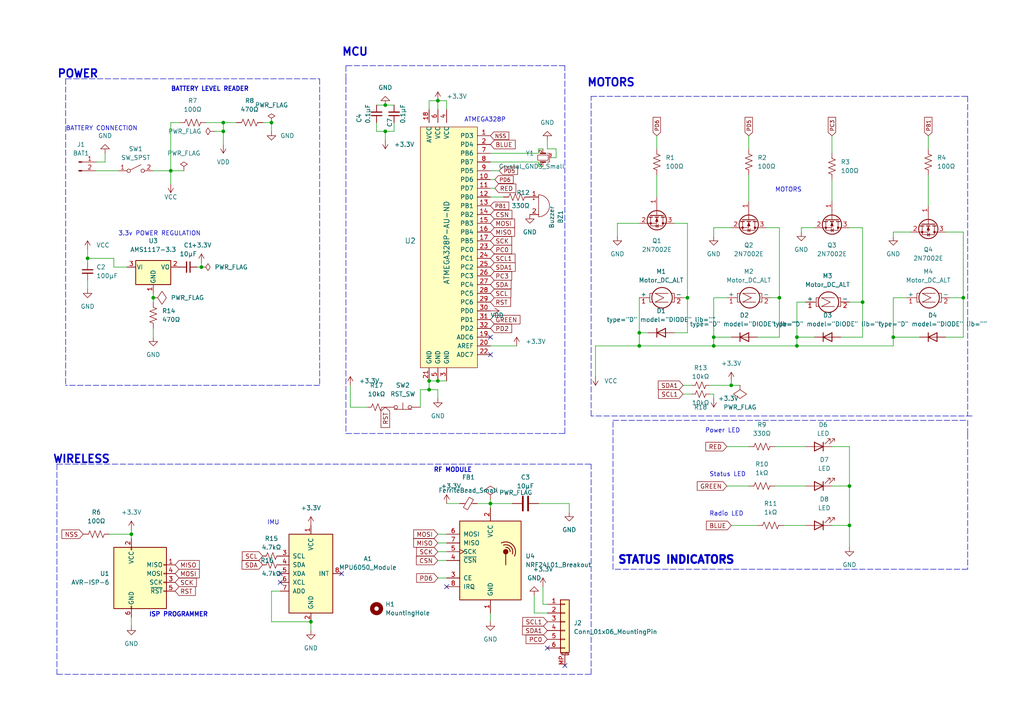
<source format=kicad_sch>
(kicad_sch (version 20250114) (generator "eeschema") (generator_version "9.0")
  (paper "A4")
  (lib_symbols
    (symbol "ATMEGA328P-AU-ND:ATMEGA328P-AU-ND" (pin_names (offset 1.016))
      (property "Reference" "U" (at -8.89 38.1 0))
      (property "Value" "ATMEGA328P-AU-ND" (at 2.54 1.27 90))
      (symbol "ATMEGA328P-AU-ND_1_1"
        (pin bidirectional line (at -12.7 33.02 0) (length 3.81) (name "PD3") (number "1"))
        (pin bidirectional line (at -12.7 30.48 0) (length 3.81) (name "PD4") (number "2"))
        (pin bidirectional line (at -12.7 27.94 0) (length 3.81) (name "PB6") (number "7"))
        (pin bidirectional line (at -12.7 25.4 0) (length 3.81) (name "PB7") (number "8"))
        (pin bidirectional line (at -12.7 22.86 0) (length 3.81) (name "PD5") (number "9"))
        (pin bidirectional line (at -12.7 20.32 0) (length 3.81) (name "PD6") (number "10"))
        (pin bidirectional line (at -12.7 17.78 0) (length 3.81) (name "PD7") (number "11"))
        (pin bidirectional line (at -12.7 15.24 0) (length 3.81) (name "PB0") (number "12"))
        (pin bidirectional line (at -12.7 12.7 0) (length 3.81) (name "PB1") (number "13"))
        (pin bidirectional line (at -12.7 10.16 0) (length 3.81) (name "PB2") (number "14"))
        (pin bidirectional line (at -12.7 7.62 0) (length 3.81) (name "PB3") (number "15"))
        (pin bidirectional line (at -12.7 5.08 0) (length 3.81) (name "PB4") (number "16"))
        (pin bidirectional line (at -12.7 2.54 0) (length 3.81) (name "PB5") (number "17"))
        (pin bidirectional line (at -12.7 0 0) (length 3.81) (name "PC0") (number "23"))
        (pin bidirectional line (at -12.7 -2.54 0) (length 3.81) (name "PC1") (number "24"))
        (pin bidirectional line (at -12.7 -5.08 0) (length 3.81) (name "PC2") (number "25"))
        (pin bidirectional line (at -12.7 -7.62 0) (length 3.81) (name "PC3") (number "26"))
        (pin bidirectional line (at -12.7 -10.16 0) (length 3.81) (name "PC4") (number "27"))
        (pin bidirectional line (at -12.7 -12.7 0) (length 3.81) (name "PC5") (number "28"))
        (pin bidirectional line (at -12.7 -15.24 0) (length 3.81) (name "PC6") (number "29"))
        (pin bidirectional line (at -12.7 -17.78 0) (length 3.81) (name "PD0") (number "30"))
        (pin bidirectional line (at -12.7 -20.32 0) (length 3.81) (name "PD1") (number "31"))
        (pin bidirectional line (at -12.7 -22.86 0) (length 3.81) (name "PD2") (number "32"))
        (pin input line (at -12.7 -25.4 0) (length 3.81) (name "ADC6") (number "19"))
        (pin input line (at -12.7 -27.94 0) (length 3.81) (name "AREF") (number "20"))
        (pin input line (at -12.7 -30.48 0) (length 3.81) (name "ADC7") (number "22"))
        (pin power_in line (at 0 40.64 270) (length 3.81) (name "VCC") (number "4"))
        (pin power_in line (at 0 -38.1 90) (length 3.81) (name "GND") (number "3"))
        (pin power_in line (at 2.54 40.64 270) (length 3.81) (name "VCC") (number "6"))
        (pin power_in line (at 2.54 -38.1 90) (length 3.81) (name "GND") (number "5"))
        (pin power_in line (at 5.08 40.64 270) (length 3.81) (name "AVCC") (number "18"))
        (pin power_in line (at 5.08 -38.1 90) (length 3.81) (name "GND") (number "21"))
      )
    )
    (symbol "Charleslabs_Parts:MPU6050_Module" (pin_names (offset 1.016))
      (property "Reference" "A" (at -5.08 12.7 0))
      (property "Value" "MPU6050_Module" (at 8.89 12.7 0))
      (symbol "MPU6050_Module_1_1"
        (pin input line (at -8.89 5.08 0) (length 2.54) (name "SCL") (number "3"))
        (pin input line (at -8.89 2.54 0) (length 2.54) (name "SDA") (number "4"))
        (pin input line (at -8.89 0 0) (length 2.54) (name "XDA") (number "5"))
        (pin input line (at -8.89 -2.54 0) (length 2.54) (name "XCL") (number "6"))
        (pin input line (at -8.89 -5.08 0) (length 2.54) (name "AD0") (number "7"))
        (pin power_in line (at 0 13.97 270) (length 2.54) (name "VCC") (number "1"))
        (pin power_in line (at 0 -13.97 90) (length 2.54) (name "GND") (number "2"))
        (pin output line (at 8.89 0 180) (length 2.54) (name "INT") (number "8"))
      )
    )
    (symbol "Connector:AVR-ISP-6" (pin_names (offset 1.016))
      (property "Reference" "J" (at -6.35 11.43 0))
      (property "Value" "AVR-ISP-6" (at 0 11.43 0))
      (symbol "AVR-ISP-6_1_1"
        (pin passive line (at -2.54 12.7 270) (length 2.54) (name "VCC") (number "2"))
        (pin passive line (at -2.54 -10.16 90) (length 2.54) (name "GND") (number "6"))
        (pin passive line (at 10.16 5.08 180) (length 2.54) (name "MISO") (number "1"))
        (pin passive line (at 10.16 2.54 180) (length 2.54) (name "MOSI") (number "4"))
        (pin passive line (at 10.16 0 180) (length 2.54) (name "SCK") (number "3"))
        (pin passive line (at 10.16 -2.54 180) (length 2.54) (name "~{RST}") (number "5"))
      )
    )
    (symbol "Connector:Conn_01x02_Male" (pin_names (offset 1.016) (hide yes))
      (property "Reference" "J" (at 0 2.54 0))
      (property "Value" "Conn_01x02_Male" (at 0 -5.08 0))
      (symbol "Conn_01x02_Male_1_1"
        (pin passive line (at 5.08 0 180) (length 3.81) (name "Pin_1") (number "1"))
        (pin passive line (at 5.08 -2.54 180) (length 3.81) (name "Pin_2") (number "2"))
      )
    )
    (symbol "Connector_Generic_MountingPin:Conn_01x06_MountingPin" (pin_names (offset 1.016) (hide yes))
      (property "Reference" "J" (at 0 7.62 0))
      (property "Value" "Conn_01x06_MountingPin" (at 1.27 -10.16 0))
      (symbol "Conn_01x06_MountingPin_1_1"
        (text "Mounting" (at 0 -9.271 0) (effects (font (size 0.381 0.381))))
        (pin passive line (at -5.08 5.08 0) (length 3.81) (name "Pin_1") (number "1"))
        (pin passive line (at -5.08 2.54 0) (length 3.81) (name "Pin_2") (number "2"))
        (pin passive line (at -5.08 0 0) (length 3.81) (name "Pin_3") (number "3"))
        (pin passive line (at -5.08 -2.54 0) (length 3.81) (name "Pin_4") (number "4"))
        (pin passive line (at -5.08 -5.08 0) (length 3.81) (name "Pin_5") (number "5"))
        (pin passive line (at -5.08 -7.62 0) (length 3.81) (name "Pin_6") (number "6"))
        (pin passive line (at 0 -12.7 90) (length 3.048) (name "MountPin") (number "MP"))
      )
    )
    (symbol "Device:Buzzer" (pin_names (offset 0.0254) (hide yes))
      (property "Reference" "BZ" (at 3.81 1.27 0))
      (property "Value" "Buzzer" (at 3.81 -1.27 0))
      (symbol "Buzzer_1_1"
        (pin passive line (at -2.54 2.54 0) (length 2.54) (name "-") (number "1"))
        (pin passive line (at -2.54 -2.54 0) (length 2.54) (name "+") (number "2"))
      )
    )
    (symbol "Device:C" (pin_numbers (hide yes)) (pin_names (offset 0.254))
      (property "Reference" "C" (at 0.635 2.54 0))
      (property "Value" "C" (at 0.635 -2.54 0))
      (symbol "C_1_1"
        (pin passive line (at 0 3.81 270) (length 2.794) (name "~") (number "1"))
        (pin passive line (at 0 -3.81 90) (length 2.794) (name "~") (number "2"))
      )
    )
    (symbol "Device:C_Small" (pin_numbers (hide yes)) (pin_names (offset 0.254) (hide yes))
      (property "Reference" "C" (at 0.254 1.778 0))
      (property "Value" "C_Small" (at 0.254 -2.032 0))
      (symbol "C_Small_1_1"
        (pin passive line (at 0 2.54 270) (length 2.032) (name "~") (number "1"))
        (pin passive line (at 0 -2.54 90) (length 2.032) (name "~") (number "2"))
      )
    )
    (symbol "Device:Crystal_GND3_Small" (pin_names (offset 1.016) (hide yes))
      (property "Reference" "Y" (at 0 5.08 0))
      (property "Value" "Crystal_GND3_Small" (at 0 3.175 0))
      (symbol "Crystal_GND3_Small_1_1"
        (pin passive line (at -2.54 0 0) (length 1.27) (name "1") (number "1"))
        (pin passive line (at 0 -2.54 90) (length 0.635) (name "3") (number "3"))
        (pin passive line (at 2.54 0 180) (length 1.27) (name "2") (number "2"))
      )
    )
    (symbol "Device:FerriteBead_Small" (pin_numbers (hide yes)) (pin_names (offset 0))
      (property "Reference" "FB" (at 1.905 1.27 0))
      (property "Value" "FerriteBead_Small" (at 1.905 -1.27 0))
      (symbol "FerriteBead_Small_1_1"
        (pin passive line (at 0 2.54 270) (length 1.27) (name "~") (number "1"))
        (pin passive line (at 0 -2.54 90) (length 1.27) (name "~") (number "2"))
      )
    )
    (symbol "Device:LED" (pin_numbers (hide yes)) (pin_names (offset 1.016) (hide yes))
      (property "Reference" "D" (at 0 2.54 0))
      (property "Value" "LED" (at 0 -2.54 0))
      (symbol "LED_1_1"
        (pin passive line (at -3.81 0 0) (length 2.54) (name "K") (number "1"))
        (pin passive line (at 3.81 0 180) (length 2.54) (name "A") (number "2"))
      )
    )
    (symbol "Device:R_Small_US" (pin_numbers (hide yes)) (pin_names (offset 0.254) (hide yes))
      (property "Reference" "R" (at 0.762 0.508 0))
      (property "Value" "R_Small_US" (at 0.762 -1.016 0))
      (symbol "R_Small_US_1_1"
        (pin passive line (at 0 2.54 270) (length 1.016) (name "~") (number "1"))
        (pin passive line (at 0 -2.54 90) (length 1.016) (name "~") (number "2"))
      )
    )
    (symbol "Device:R_US" (pin_numbers (hide yes)) (pin_names (offset 0))
      (property "Reference" "R" (at 2.54 0 90))
      (property "Value" "R_US" (at -2.54 0 90))
      (symbol "R_US_1_1"
        (pin passive line (at 0 3.81 270) (length 1.27) (name "~") (number "1"))
        (pin passive line (at 0 -3.81 90) (length 1.27) (name "~") (number "2"))
      )
    )
    (symbol "Mechanical:MountingHole" (pin_names (offset 1.016))
      (property "Reference" "H" (at 0 5.08 0))
      (property "Value" "MountingHole" (at 0 3.175 0))
    )
    (symbol "Motor:Motor_DC_ALT" (pin_names (offset 0))
      (property "Reference" "M" (at 2.54 2.54 0))
      (property "Value" "Motor_DC_ALT" (at 2.54 -5.08 0))
      (symbol "Motor_DC_ALT_1_1"
        (pin passive line (at 0 5.08 270) (length 2.54) (name "+") (number "1"))
        (pin passive line (at 0 -7.62 90) (length 2.54) (name "-") (number "2"))
      )
    )
    (symbol "RF:NRF24L01_Breakout" (pin_names (offset 1.016))
      (property "Reference" "U" (at -8.89 12.7 0))
      (property "Value" "NRF24L01_Breakout" (at 3.81 12.7 0))
      (symbol "NRF24L01_Breakout_1_1"
        (pin input line (at -12.7 7.62 0) (length 3.81) (name "MOSI") (number "6"))
        (pin output line (at -12.7 5.08 0) (length 3.81) (name "MISO") (number "7"))
        (pin input clock (at -12.7 2.54 0) (length 3.81) (name "SCK") (number "5"))
        (pin input line (at -12.7 0 0) (length 3.81) (name "~{CSN}") (number "4"))
        (pin input line (at -12.7 -5.08 0) (length 3.81) (name "CE") (number "3"))
        (pin output line (at -12.7 -7.62 0) (length 3.81) (name "IRQ") (number "8"))
        (pin power_in line (at 0 15.24 270) (length 3.81) (name "VCC") (number "2"))
        (pin power_in line (at 0 -15.24 90) (length 3.81) (name "GND") (number "1"))
      )
    )
    (symbol "Regulator_Linear:AMS1117-3.3" (pin_names (offset 0.254))
      (property "Reference" "U" (at -3.81 3.175 0))
      (property "Value" "AMS1117-3.3" (at 0 3.175 0))
      (symbol "AMS1117-3.3_1_1"
        (pin power_in line (at -7.62 0 0) (length 2.54) (name "VI") (number "3"))
        (pin power_in line (at 0 -7.62 90) (length 2.54) (name "GND") (number "1"))
        (pin power_out line (at 7.62 0 180) (length 2.54) (name "VO") (number "2"))
      )
    )
    (symbol "Simulation_SPICE:DIODE" (pin_numbers (hide yes)) (pin_names (offset 1.016) (hide yes))
      (property "Reference" "D" (at 0 2.54 0))
      (property "Value" "DIODE" (at 0 -2.54 0))
      (symbol "DIODE_1_1"
        (pin passive line (at -3.81 0 0) (length 2.54) (name "A") (number "1"))
        (pin passive line (at 3.81 0 180) (length 2.54) (name "K") (number "2"))
      )
    )
    (symbol "Switch:SW_Push_Open" (pin_numbers (hide yes)) (pin_names (offset 1.016) (hide yes))
      (property "Reference" "SW" (at 0 2.54 0))
      (property "Value" "SW_Push_Open" (at 0 -1.905 0))
      (symbol "SW_Push_Open_0_1"
        (pin passive line (at -5.08 0 0) (length 2.54) (name "A") (number "1"))
      )
      (symbol "SW_Push_Open_1_1"
        (pin passive line (at 5.08 0 180) (length 2.54) (name "B") (number "2"))
      )
    )
    (symbol "Switch:SW_SPST" (pin_names (offset 0) (hide yes))
      (property "Reference" "SW" (at 0 3.175 0))
      (property "Value" "SW_SPST" (at 0 -2.54 0))
      (symbol "SW_SPST_1_1"
        (pin passive line (at -5.08 0 0) (length 2.54) (name "A") (number "1"))
        (pin passive line (at 5.08 0 180) (length 2.54) (name "B") (number "2"))
      )
    )
    (symbol "Transistor_FET:2N7002E" (pin_names (hide yes))
      (property "Reference" "Q" (at 5.08 1.905 0))
      (property "Value" "2N7002E" (at 5.08 0 0))
      (symbol "2N7002E_1_1"
        (pin input line (at -5.08 0 0) (length 2.54) (name "G") (number "1"))
        (pin passive line (at 2.54 5.08 270) (length 2.54) (name "D") (number "3"))
        (pin passive line (at 2.54 -5.08 90) (length 2.54) (name "S") (number "2"))
      )
    )
    (symbol "otter:PWR_FLAG" (power) (pin_numbers (hide yes)) (pin_names (offset 0) (hide yes))
      (property "Value" "PWR_FLAG" (at 0 4.572 0))
      (symbol "PWR_FLAG_0_0"
        (pin power_out line (at 0 0 90) (length 0) (name "pwr") (number "1"))
      )
    )
    (symbol "power:+3.3V" (power) (pin_names (offset 0))
      (property "Value" "+3.3V" (at 0 3.556 0))
      (symbol "+3.3V_1_1"
        (pin power_in line (at 0 0 90) (length 0) (hide yes) (name "+3.3V") (number "1"))
      )
    )
    (symbol "power:GND" (power) (pin_names (offset 0))
      (property "Value" "GND" (at 0 -3.81 0))
      (symbol "GND_1_1"
        (pin power_in line (at 0 0 270) (length 0) (hide yes) (name "GND") (number "1"))
      )
    )
    (symbol "power:PWR_FLAG" (power) (pin_numbers (hide yes)) (pin_names (offset 0) (hide yes))
      (property "Value" "PWR_FLAG" (at 0 3.81 0))
      (symbol "PWR_FLAG_0_0"
        (pin power_out line (at 0 0 90) (length 0) (name "pwr") (number "1"))
      )
    )
    (symbol "power:VCC" (power) (pin_names (offset 0))
      (property "Value" "VCC" (at 0 3.81 0))
      (symbol "VCC_1_1"
        (pin power_in line (at 0 0 90) (length 0) (hide yes) (name "VCC") (number "1"))
      )
    )
    (symbol "power:VDD" (power) (pin_names (offset 0))
      (property "Value" "VDD" (at 0 3.81 0))
      (symbol "VDD_1_1"
        (pin power_in line (at 0 0 90) (length 0) (hide yes) (name "VDD") (number "1"))
      )
    )
  )
  (text "MOTORS" (at 224.79 55.88 0) (effects (font (size 1.27 1.27)) (justify left bottom)))
  (text "Status LED" (at 205.74 138.43 0) (effects (font (size 1.27 1.27)) (justify left bottom)))
  (text "MCU" (at 99.06 16.51 0) (effects (font (size 2.27 2.27) (thickness 0.454) (bold yes)) (justify left bottom)))
  (text "POWER" (at 16.51 22.86 0) (effects (font (size 2.27 2.27) (thickness 0.454) (bold yes)) (justify left bottom)))
  (text "RF MODULE" (at 125.73 137.16 0) (effects (font (size 1.27 1.27) (thickness 0.254) (bold yes)) (justify left bottom)))
  (text "BATTERY LEVEL READER" (at 49.53 26.67 0) (effects (font (size 1.27 1.27) (thickness 0.254) (bold yes)) (justify left bottom)))
  (text "IMU" (at 77.47 152.4 0) (effects (font (size 1.27 1.27)) (justify left bottom)))
  (text "ATMEGA328P" (at 134.62 35.56 0) (effects (font (size 1.27 1.27)) (justify left bottom)))
  (text "3.3v POWER REGULATION" (at 34.29 68.58 0) (effects (font (size 1.27 1.27)) (justify left bottom)))
  (text "STATUS INDICATORS" (at 179.07 163.83 0) (effects (font (size 2.27 2.27) (thickness 0.654) (bold yes)) (justify left bottom)))
  (text "Radio LED" (at 205.74 149.86 0) (effects (font (size 1.27 1.27)) (justify left bottom)))
  (text "MOTORS" (at 170.18 25.4 0) (effects (font (size 2.27 2.27) (thickness 0.454) (bold yes)) (justify left bottom)))
  (text "WIRELESS" (at 15.24 134.62 0) (effects (font (size 2.27 2.27) (thickness 0.454) (bold yes)) (justify left bottom)))
  (text "BATTERY CONNECTION" (at 19.05 38.1 0) (effects (font (size 1.27 1.27)) (justify left bottom)))
  (text "ISP PROGRAMMER" (at 43.18 179.07 0) (effects (font (size 1.27 1.27) (thickness 0.254) (bold yes)) (justify left bottom)))
  (text "Power LED" (at 204.47 125.73 0) (effects (font (size 1.27 1.27)) (justify left bottom)))
  (junction (at 49.53 49.53))
  (junction (at 90.17 180.34))
  (junction (at 185.42 100.33))
  (junction (at 246.38 140.97))
  (junction (at 64.77 35.56))
  (junction (at 231.14 100.33))
  (junction (at 64.77 38.1))
  (junction (at 207.01 97.79))
  (junction (at 231.14 97.79))
  (junction (at 127 29.21))
  (junction (at 44.45 86.36))
  (junction (at 250.19 87.63))
  (junction (at 279.4 86.36))
  (junction (at 111.76 38.1))
  (junction (at 38.1 154.94))
  (junction (at 78.74 35.56))
  (junction (at 226.06 86.36))
  (junction (at 246.38 152.4))
  (junction (at 111.76 30.48))
  (junction (at 58.42 77.47))
  (junction (at 207.01 100.33))
  (junction (at 127 110.49))
  (junction (at 259.08 97.79))
  (junction (at 185.42 96.52))
  (junction (at 124.46 110.49))
  (junction (at 25.4 74.93))
  (junction (at 142.24 146.05))
  (junction (at 124.46 113.03))
  (junction (at 212.09 111.76))
  (junction (at 199.39 86.36))
  (no_connect (at 158.75 187.96))
  (no_connect (at 142.24 102.87))
  (no_connect (at 142.24 97.79))
  (no_connect (at 81.28 168.91))
  (no_connect (at 99.06 166.37))
  (no_connect (at 129.54 170.18))
  (no_connect (at 163.83 193.04))
  (no_connect (at 81.28 166.37))
  (wire (pts (xy 129.54 31.75) (xy 129.54 29.21)))
  (wire (pts (xy 124.46 29.21) (xy 127 29.21)))
  (wire (pts (xy 185.42 86.36) (xy 185.42 96.52)))
  (wire (pts (xy 121.92 113.03) (xy 124.46 113.03)))
  (wire (pts (xy 179.07 64.77) (xy 179.07 68.58)))
  (polyline (pts (xy 177.8 165.1) (xy 177.8 121.92)) (stroke (width 0) (type dash)))
  (wire (pts (xy 259.08 100.33) (xy 231.14 100.33)))
  (wire (pts (xy 111.76 30.48) (xy 114.3 30.48)))
  (polyline (pts (xy 280.67 121.92) (xy 280.67 125.73)) (stroke (width 0) (type dash)))
  (wire (pts (xy 124.46 31.75) (xy 124.46 29.21)))
  (polyline (pts (xy 177.8 121.92) (xy 280.67 121.92)) (stroke (width 0) (type dash)))
  (wire (pts (xy 224.79 129.54) (xy 233.68 129.54)))
  (polyline (pts (xy 280.67 27.94) (xy 280.67 120.65)) (stroke (width 0) (type dash)))
  (wire (pts (xy 198.12 114.3) (xy 200.66 114.3)))
  (wire (pts (xy 36.83 77.47) (xy 33.02 77.47)))
  (wire (pts (xy 64.77 35.56) (xy 68.58 35.56)))
  (polyline (pts (xy 171.45 195.58) (xy 171.45 134.62)) (stroke (width 0) (type dash)))
  (wire (pts (xy 64.77 38.1) (xy 64.77 41.91)))
  (wire (pts (xy 44.45 49.53) (xy 49.53 49.53)))
  (wire (pts (xy 101.6 118.11) (xy 106.68 118.11)))
  (wire (pts (xy 279.4 86.36) (xy 275.59 86.36)))
  (wire (pts (xy 109.22 38.1) (xy 111.76 38.1)))
  (wire (pts (xy 226.06 86.36) (xy 223.52 86.36)))
  (wire (pts (xy 127 160.02) (xy 129.54 160.02)))
  (wire (pts (xy 142.24 57.15) (xy 146.05 57.15)))
  (wire (pts (xy 246.38 152.4) (xy 246.38 158.75)))
  (wire (pts (xy 274.32 97.79) (xy 279.4 97.79)))
  (wire (pts (xy 90.17 180.34) (xy 90.17 182.88)))
  (wire (pts (xy 207.01 86.36) (xy 207.01 97.79)))
  (wire (pts (xy 59.69 35.56) (xy 64.77 35.56)))
  (wire (pts (xy 157.48 43.18) (xy 156.21 43.18)))
  (polyline (pts (xy 100.33 125.73) (xy 163.83 125.73)) (stroke (width 0) (type dash)))
  (wire (pts (xy 25.4 81.28) (xy 25.4 83.82)))
  (wire (pts (xy 259.08 67.31) (xy 259.08 68.58)))
  (wire (pts (xy 246.38 129.54) (xy 246.38 140.97)))
  (wire (pts (xy 210.82 86.36) (xy 207.01 86.36)))
  (wire (pts (xy 124.46 110.49) (xy 127 110.49)))
  (wire (pts (xy 246.38 140.97) (xy 241.3 140.97)))
  (wire (pts (xy 210.82 129.54) (xy 217.17 129.54)))
  (wire (pts (xy 250.19 87.63) (xy 250.19 97.79)))
  (wire (pts (xy 259.08 97.79) (xy 266.7 97.79)))
  (wire (pts (xy 224.79 140.97) (xy 233.68 140.97)))
  (wire (pts (xy 49.53 49.53) (xy 53.34 49.53)))
  (wire (pts (xy 212.09 152.4) (xy 219.71 152.4)))
  (wire (pts (xy 142.24 146.05) (xy 142.24 147.32)))
  (polyline (pts (xy 100.33 19.05) (xy 100.33 22.86)) (stroke (width 0) (type dash)))
  (polyline (pts (xy 16.51 134.62) (xy 16.51 195.58)) (stroke (width 0) (type dash)))
  (wire (pts (xy 199.39 96.52) (xy 195.58 96.52)))
  (wire (pts (xy 198.12 86.36) (xy 199.39 86.36)))
  (wire (pts (xy 241.3 152.4) (xy 246.38 152.4)))
  (polyline (pts (xy 280.67 165.1) (xy 177.8 165.1)) (stroke (width 0) (type dash)))
  (wire (pts (xy 269.24 50.8) (xy 269.24 59.69)))
  (wire (pts (xy 127 157.48) (xy 129.54 157.48)))
  (polyline (pts (xy 171.45 27.94) (xy 280.67 27.94)) (stroke (width 0) (type dash)))
  (wire (pts (xy 127 113.03) (xy 127 115.57)))
  (wire (pts (xy 222.25 66.04) (xy 226.06 66.04)))
  (wire (pts (xy 205.74 111.76) (xy 212.09 111.76)))
  (wire (pts (xy 78.74 180.34) (xy 90.17 180.34)))
  (wire (pts (xy 185.42 64.77) (xy 179.07 64.77)))
  (wire (pts (xy 142.24 177.8) (xy 142.24 180.34)))
  (wire (pts (xy 205.74 114.3) (xy 207.01 114.3)))
  (wire (pts (xy 121.92 113.03) (xy 121.92 118.11)))
  (wire (pts (xy 154.94 172.72) (xy 154.94 177.8)))
  (wire (pts (xy 233.68 87.63) (xy 231.14 87.63)))
  (wire (pts (xy 195.58 64.77) (xy 199.39 64.77)))
  (wire (pts (xy 190.5 50.8) (xy 190.5 57.15)))
  (wire (pts (xy 157.48 175.26) (xy 158.75 175.26)))
  (polyline (pts (xy 280.67 125.73) (xy 280.67 165.1)) (stroke (width 0) (type dash)))
  (wire (pts (xy 156.21 43.18) (xy 156.21 44.45)))
  (wire (pts (xy 142.24 52.07) (xy 143.51 52.07)))
  (wire (pts (xy 44.45 85.09) (xy 44.45 86.36)))
  (wire (pts (xy 49.53 35.56) (xy 49.53 49.53)))
  (wire (pts (xy 124.46 113.03) (xy 127 113.03)))
  (polyline (pts (xy 16.51 195.58) (xy 171.45 195.58)) (stroke (width 0) (type dash)))
  (wire (pts (xy 279.4 67.31) (xy 279.4 86.36)))
  (wire (pts (xy 38.1 153.67) (xy 38.1 154.94)))
  (wire (pts (xy 44.45 86.36) (xy 44.45 87.63)))
  (wire (pts (xy 172.72 100.33) (xy 185.42 100.33)))
  (wire (pts (xy 38.1 154.94) (xy 38.1 156.21)))
  (wire (pts (xy 199.39 64.77) (xy 199.39 86.36)))
  (wire (pts (xy 156.21 146.05) (xy 165.1 146.05)))
  (wire (pts (xy 142.24 54.61) (xy 143.51 54.61)))
  (wire (pts (xy 236.22 66.04) (xy 232.41 66.04)))
  (wire (pts (xy 44.45 95.25) (xy 44.45 97.79)))
  (wire (pts (xy 109.22 30.48) (xy 111.76 30.48)))
  (polyline (pts (xy 100.33 22.86) (xy 100.33 125.73)) (stroke (width 0) (type dash)))
  (wire (pts (xy 226.06 97.79) (xy 219.71 97.79)))
  (wire (pts (xy 250.19 97.79) (xy 243.84 97.79)))
  (wire (pts (xy 198.12 111.76) (xy 200.66 111.76)))
  (wire (pts (xy 27.94 49.53) (xy 34.29 49.53)))
  (wire (pts (xy 231.14 97.79) (xy 236.22 97.79)))
  (wire (pts (xy 33.02 74.93) (xy 25.4 74.93)))
  (wire (pts (xy 157.48 170.18) (xy 157.48 175.26)))
  (wire (pts (xy 185.42 100.33) (xy 185.42 96.52)))
  (wire (pts (xy 227.33 152.4) (xy 233.68 152.4)))
  (wire (pts (xy 241.3 129.54) (xy 246.38 129.54)))
  (wire (pts (xy 279.4 97.79) (xy 279.4 86.36)))
  (wire (pts (xy 246.38 66.04) (xy 250.19 66.04)))
  (wire (pts (xy 101.6 111.76) (xy 101.6 118.11)))
  (wire (pts (xy 109.22 35.56) (xy 109.22 38.1)))
  (wire (pts (xy 226.06 66.04) (xy 226.06 86.36)))
  (wire (pts (xy 27.94 46.99) (xy 30.48 46.99)))
  (polyline (pts (xy 163.83 19.05) (xy 100.33 19.05)) (stroke (width 0) (type dash)))
  (wire (pts (xy 81.28 171.45) (xy 78.74 171.45)))
  (wire (pts (xy 274.32 67.31) (xy 279.4 67.31)))
  (wire (pts (xy 156.21 46.99) (xy 156.21 48.26)))
  (polyline (pts (xy 19.05 22.86) (xy 19.05 111.76)) (stroke (width 0) (type dash)))
  (wire (pts (xy 259.08 86.36) (xy 259.08 97.79)))
  (wire (pts (xy 30.48 46.99) (xy 30.48 44.45)))
  (wire (pts (xy 154.94 177.8) (xy 158.75 177.8)))
  (wire (pts (xy 250.19 87.63) (xy 246.38 87.63)))
  (wire (pts (xy 58.42 77.47) (xy 58.42 76.2)))
  (wire (pts (xy 241.3 52.07) (xy 241.3 58.42)))
  (wire (pts (xy 62.23 38.1) (xy 64.77 38.1)))
  (wire (pts (xy 226.06 86.36) (xy 226.06 97.79)))
  (wire (pts (xy 127 29.21) (xy 127 31.75)))
  (wire (pts (xy 156.21 46.99) (xy 142.24 46.99)))
  (wire (pts (xy 31.75 154.94) (xy 38.1 154.94)))
  (wire (pts (xy 111.76 38.1) (xy 114.3 38.1)))
  (wire (pts (xy 25.4 72.39) (xy 25.4 74.93)))
  (wire (pts (xy 217.17 39.37) (xy 217.17 43.18)))
  (wire (pts (xy 25.4 74.93) (xy 25.4 76.2)))
  (wire (pts (xy 161.29 45.72) (xy 160.02 45.72)))
  (wire (pts (xy 76.2 35.56) (xy 78.74 35.56)))
  (wire (pts (xy 64.77 35.56) (xy 64.77 38.1)))
  (wire (pts (xy 246.38 152.4) (xy 246.38 140.97)))
  (polyline (pts (xy 19.05 22.86) (xy 92.71 22.86)) (stroke (width 0) (type dash)))
  (wire (pts (xy 250.19 66.04) (xy 250.19 87.63)))
  (wire (pts (xy 111.76 40.64) (xy 111.76 38.1)))
  (wire (pts (xy 231.14 97.79) (xy 231.14 100.33)))
  (wire (pts (xy 157.48 48.26) (xy 156.21 48.26)))
  (wire (pts (xy 129.54 146.05) (xy 133.35 146.05)))
  (wire (pts (xy 231.14 100.33) (xy 207.01 100.33)))
  (wire (pts (xy 212.09 111.76) (xy 214.63 111.76)))
  (wire (pts (xy 142.24 100.33) (xy 149.86 100.33)))
  (wire (pts (xy 207.01 66.04) (xy 207.01 68.58)))
  (wire (pts (xy 217.17 50.8) (xy 217.17 58.42)))
  (wire (pts (xy 210.82 140.97) (xy 217.17 140.97)))
  (wire (pts (xy 57.15 77.47) (xy 58.42 77.47)))
  (wire (pts (xy 185.42 96.52) (xy 187.96 96.52)))
  (wire (pts (xy 259.08 97.79) (xy 259.08 100.33)))
  (wire (pts (xy 158.75 43.18) (xy 161.29 43.18)))
  (wire (pts (xy 172.72 100.33) (xy 172.72 109.22)))
  (wire (pts (xy 207.01 97.79) (xy 212.09 97.79)))
  (wire (pts (xy 212.09 66.04) (xy 207.01 66.04)))
  (polyline (pts (xy 163.83 125.73) (xy 163.83 19.05)) (stroke (width 0) (type dash)))
  (wire (pts (xy 158.75 40.64) (xy 158.75 43.18)))
  (wire (pts (xy 264.16 67.31) (xy 259.08 67.31)))
  (wire (pts (xy 78.74 171.45) (xy 78.74 180.34)))
  (wire (pts (xy 212.09 110.49) (xy 212.09 111.76)))
  (wire (pts (xy 231.14 87.63) (xy 231.14 97.79)))
  (wire (pts (xy 49.53 49.53) (xy 49.53 53.34)))
  (wire (pts (xy 269.24 39.37) (xy 269.24 43.18)))
  (wire (pts (xy 207.01 100.33) (xy 207.01 97.79)))
  (wire (pts (xy 127 162.56) (xy 129.54 162.56)))
  (wire (pts (xy 142.24 146.05) (xy 148.59 146.05)))
  (wire (pts (xy 262.89 86.36) (xy 259.08 86.36)))
  (wire (pts (xy 207.01 114.3) (xy 207.01 115.57)))
  (wire (pts (xy 38.1 179.07) (xy 38.1 181.61)))
  (wire (pts (xy 78.74 35.56) (xy 78.74 38.1)))
  (wire (pts (xy 127 167.64) (xy 129.54 167.64)))
  (wire (pts (xy 232.41 66.04) (xy 232.41 67.31)))
  (wire (pts (xy 156.21 44.45) (xy 142.24 44.45)))
  (wire (pts (xy 241.3 39.37) (xy 241.3 44.45)))
  (wire (pts (xy 129.54 29.21) (xy 127 29.21)))
  (wire (pts (xy 142.24 49.53) (xy 144.78 49.53)))
  (polyline (pts (xy 16.51 134.62) (xy 171.45 134.62)) (stroke (width 0) (type dash)))
  (wire (pts (xy 124.46 110.49) (xy 124.46 113.03)))
  (wire (pts (xy 127 154.94) (xy 129.54 154.94)))
  (wire (pts (xy 185.42 100.33) (xy 207.01 100.33)))
  (wire (pts (xy 52.07 35.56) (xy 49.53 35.56)))
  (wire (pts (xy 199.39 86.36) (xy 199.39 96.52)))
  (wire (pts (xy 33.02 77.47) (xy 33.02 74.93)))
  (wire (pts (xy 114.3 35.56) (xy 114.3 38.1)))
  (polyline (pts (xy 92.71 111.76) (xy 19.05 111.76)) (stroke (width 0) (type dash)))
  (wire (pts (xy 165.1 146.05) (xy 165.1 148.59)))
  (polyline (pts (xy 281.94 120.65) (xy 171.45 120.65)) (stroke (width 0) (type dash)))
  (wire (pts (xy 190.5 39.37) (xy 190.5 43.18)))
  (wire (pts (xy 142.24 144.78) (xy 142.24 146.05)))
  (wire (pts (xy 127 110.49) (xy 129.54 110.49)))
  (wire (pts (xy 161.29 43.18) (xy 161.29 45.72)))
  (polyline (pts (xy 171.45 120.65) (xy 171.45 27.94)) (stroke (width 0) (type dash)))
  (wire (pts (xy 138.43 146.05) (xy 142.24 146.05)))
  (polyline (pts (xy 92.71 22.86) (xy 92.71 111.76)) (stroke (width 0) (type dash)))
  (global_label "RED" (shape input) (at 210.82 129.54 180) (property "Intersheetrefs" "${INTERSHEET_REFS}" (effects (hide yes))))
  (global_label "SDA1" (shape input) (at 142.24 77.47 0) (property "Intersheetrefs" "${INTERSHEET_REFS}" (effects (hide yes))))
  (global_label "MISO" (shape input) (at 127 157.48 180) (property "Intersheetrefs" "${INTERSHEET_REFS}" (effects (hide yes))))
  (global_label "PB1" (shape input) (at 269.24 39.37 90) (effects (font (size 1.1 1.1))) (property "Intersheetrefs" "${INTERSHEET_REFS}" (effects (hide yes))))
  (global_label "PB1" (shape input) (at 142.24 59.69 0) (effects (font (size 1.1 1.1))) (property "Intersheetrefs" "${INTERSHEET_REFS}" (effects (hide yes))))
  (global_label "SDA1" (shape input) (at 198.12 111.76 180) (property "Intersheetrefs" "${INTERSHEET_REFS}" (effects (hide yes))))
  (global_label "BLUE" (shape input) (at 212.09 152.4 180) (property "Intersheetrefs" "${INTERSHEET_REFS}" (effects (hide yes))))
  (global_label "SDA1" (shape input) (at 158.75 182.88 180) (property "Intersheetrefs" "${INTERSHEET_REFS}" (effects (hide yes))))
  (global_label "SDA" (shape input) (at 142.24 82.55 0) (property "Intersheetrefs" "${INTERSHEET_REFS}" (effects (hide yes))))
  (global_label "MISO" (shape input) (at 50.8 163.83 0) (property "Intersheetrefs" "${INTERSHEET_REFS}" (effects (hide yes))))
  (global_label "SCL1" (shape input) (at 158.75 180.34 180) (property "Intersheetrefs" "${INTERSHEET_REFS}" (effects (hide yes))))
  (global_label "RST" (shape input) (at 50.8 171.45 0) (property "Intersheetrefs" "${INTERSHEET_REFS}" (effects (hide yes))))
  (global_label "MOSI" (shape input) (at 50.8 166.37 0) (property "Intersheetrefs" "${INTERSHEET_REFS}" (effects (hide yes))))
  (global_label "GREEN" (shape input) (at 142.24 92.71 0) (property "Intersheetrefs" "${INTERSHEET_REFS}" (effects (hide yes))))
  (global_label "RED" (shape input) (at 143.51 54.61 0) (property "Intersheetrefs" "${INTERSHEET_REFS}" (effects (hide yes))))
  (global_label "PD6" (shape input) (at 127 167.64 180) (property "Intersheetrefs" "${INTERSHEET_REFS}" (effects (hide yes))))
  (global_label "PC3" (shape input) (at 142.24 80.01 0) (property "Intersheetrefs" "${INTERSHEET_REFS}" (effects (hide yes))))
  (global_label "NSS" (shape input) (at 24.13 154.94 180) (property "Intersheetrefs" "${INTERSHEET_REFS}" (effects (hide yes))))
  (global_label "CSN" (shape input) (at 142.24 62.23 0) (property "Intersheetrefs" "${INTERSHEET_REFS}" (effects (hide yes))))
  (global_label "BLUE" (shape input) (at 142.24 41.91 0) (property "Intersheetrefs" "${INTERSHEET_REFS}" (effects (hide yes))))
  (global_label "SCK" (shape input) (at 142.24 69.85 0) (property "Intersheetrefs" "${INTERSHEET_REFS}" (effects (hide yes))))
  (global_label "NSS" (shape input) (at 142.24 39.37 0) (effects (font (size 1.1 1.1))) (property "Intersheetrefs" "${INTERSHEET_REFS}" (effects (hide yes))))
  (global_label "SDA" (shape input) (at 76.2 163.83 180) (property "Intersheetrefs" "${INTERSHEET_REFS}" (effects (hide yes))))
  (global_label "SCL" (shape input) (at 76.2 161.29 180) (property "Intersheetrefs" "${INTERSHEET_REFS}" (effects (hide yes))))
  (global_label "PC0" (shape input) (at 142.24 72.39 0) (property "Intersheetrefs" "${INTERSHEET_REFS}" (effects (hide yes))))
  (global_label "GREEN" (shape input) (at 210.82 140.97 180) (property "Intersheetrefs" "${INTERSHEET_REFS}" (effects (hide yes))))
  (global_label "PC0" (shape input) (at 158.75 185.42 180) (property "Intersheetrefs" "${INTERSHEET_REFS}" (effects (hide yes))))
  (global_label "SCL1" (shape input) (at 142.24 74.93 0) (property "Intersheetrefs" "${INTERSHEET_REFS}" (effects (hide yes))))
  (global_label "MISO" (shape input) (at 142.24 67.31 0) (property "Intersheetrefs" "${INTERSHEET_REFS}" (effects (hide yes))))
  (global_label "PD2" (shape input) (at 142.24 95.25 0) (property "Intersheetrefs" "${INTERSHEET_REFS}" (effects (hide yes))))
  (global_label "SCL" (shape input) (at 142.24 85.09 0) (property "Intersheetrefs" "${INTERSHEET_REFS}" (effects (hide yes))))
  (global_label "CSN" (shape input) (at 127 162.56 180) (property "Intersheetrefs" "${INTERSHEET_REFS}" (effects (hide yes))))
  (global_label "PD5" (shape input) (at 217.17 39.37 90) (effects (font (size 1.1 1.1))) (property "Intersheetrefs" "${INTERSHEET_REFS}" (effects (hide yes))))
  (global_label "SCL1" (shape input) (at 198.12 114.3 180) (property "Intersheetrefs" "${INTERSHEET_REFS}" (effects (hide yes))))
  (global_label "RST" (shape input) (at 111.76 118.11 270) (property "Intersheetrefs" "${INTERSHEET_REFS}" (effects (hide yes))))
  (global_label "SCK" (shape input) (at 50.8 168.91 0) (property "Intersheetrefs" "${INTERSHEET_REFS}" (effects (hide yes))))
  (global_label "SCK" (shape input) (at 127 160.02 180) (property "Intersheetrefs" "${INTERSHEET_REFS}" (effects (hide yes))))
  (global_label "PD6" (shape input) (at 143.51 52.07 0) (effects (font (size 1.1 1.1))) (property "Intersheetrefs" "${INTERSHEET_REFS}" (effects (hide yes))))
  (global_label "PD6" (shape input) (at 190.5 39.37 90) (effects (font (size 1.1 1.1))) (property "Intersheetrefs" "${INTERSHEET_REFS}" (effects (hide yes))))
  (global_label "PD5" (shape input) (at 144.78 49.53 0) (effects (font (size 1.1 1.1))) (property "Intersheetrefs" "${INTERSHEET_REFS}" (effects (hide yes))))
  (global_label "RST" (shape input) (at 142.24 87.63 0) (property "Intersheetrefs" "${INTERSHEET_REFS}" (effects (hide yes))))
  (global_label "MOSI" (shape input) (at 127 154.94 180) (property "Intersheetrefs" "${INTERSHEET_REFS}" (effects (hide yes))))
  (global_label "PC3" (shape input) (at 241.3 39.37 90) (effects (font (size 1.1 1.1))) (property "Intersheetrefs" "${INTERSHEET_REFS}" (effects (hide yes))))
  (global_label "MOSI" (shape input) (at 142.24 64.77 0) (property "Intersheetrefs" "${INTERSHEET_REFS}" (effects (hide yes))))
  (symbol (lib_id "Device:C") (at 152.4 146.05 90) (unit 1)
    (property "Reference" "C3" (at 152.4 138.43 90))
    (property "Value" "10µF" (at 152.4 140.97 90))
    (property "Footprint" "Capacitor_SMD:C_0805_2012Metric" (effects (hide yes)))
  )
  (symbol (lib_id "Simulation_SPICE:DIODE") (at 240.03 97.79 180) (unit 1)
    (property "Reference" "D3" (at 240.03 91.44 0))
    (property "Value" "${SIM.PARAMS}" (at 240.03 93.98 0))
    (property "Footprint" "Diode_SMD:D_SOD-323" (effects (hide yes)))
    (property "Sim.Device" "SPICE" (effects (hide yes)))
    (property "Sim.Params" "type=\"D\" model=\"DIODE\" lib=\"\"" (effects (hide yes)))
    (property "Sim.Pins" "1=1 2=2" (effects (hide yes)))
  )
  (symbol (lib_id "power:+3.3V") (at 127 29.21 0) (unit 1)
    (property "Reference" "#PWR0106" (effects (hide yes)))
    (property "Value" "+3.3V" (at 129.54 27.9399 0) (effects (justify left)))
  )
  (symbol (lib_id "power:GND") (at 259.08 68.58 0) (unit 1)
    (property "Reference" "#PWR023" (effects (hide yes)))
    (property "Value" "GND" (at 259.08 73.66 0))
  )
  (symbol (lib_id "power:VDD") (at 64.77 41.91 180) (unit 1)
    (property "Reference" "#PWR07" (effects (hide yes)))
    (property "Value" "VDD" (at 64.77 46.99 0))
  )
  (symbol (lib_id "power:GND") (at 246.38 158.75 0) (unit 1)
    (property "Reference" "#PWR025" (effects (hide yes)))
    (property "Value" "GND" (at 246.38 163.83 0))
  )
  (symbol (lib_id "Device:R_US") (at 55.88 35.56 90) (unit 1)
    (property "Reference" "R7" (at 55.88 29.21 90))
    (property "Value" "100Ω" (at 55.88 31.75 90))
    (property "Footprint" "Resistor_SMD:R_0805_2012Metric" (effects (hide yes)))
  )
  (symbol (lib_id "power:+3.3V") (at 90.17 152.4 0) (unit 1)
    (property "Reference" "#PWR011" (effects (hide yes)))
    (property "Value" "+3.3V" (at 90.17 147.32 0))
  )
  (symbol (lib_id "power:GND") (at 111.76 30.48 180) (unit 1)
    (property "Reference" "#PWR032" (effects (hide yes)))
    (property "Value" "GND" (at 111.76 25.4 0))
  )
  (symbol (lib_id "power:PWR_FLAG") (at 62.23 38.1 90) (unit 1)
    (property "Reference" "#FLG01" (effects (hide yes)))
    (property "Value" "PWR_FLAG" (at 58.42 38.0999 90) (effects (justify left)))
  )
  (symbol (lib_id "Transistor_FET:2N7002E") (at 241.3 63.5 270) (unit 1)
    (property "Reference" "Q3" (at 241.3 71.12 90))
    (property "Value" "2N7002E" (at 241.3 73.66 90))
    (property "Footprint" "Package_TO_SOT_SMD:SOT-23" (effects (hide yes)))
    (property "Datasheet" "http://www.diodes.com/assets/Datasheets/ds30376.pdf" (effects (hide yes)))
  )
  (symbol (lib_id "power:GND") (at 207.01 68.58 0) (unit 1)
    (property "Reference" "#PWR021" (effects (hide yes)))
    (property "Value" "GND" (at 207.01 73.66 0))
  )
  (symbol (lib_id "power:+3.3V") (at 149.86 100.33 0) (unit 1)
    (property "Reference" "#PWR0102" (effects (hide yes)))
    (property "Value" "+3.3V" (at 152.4 99.0599 0) (effects (justify left)))
  )
  (symbol (lib_id "Device:Buzzer") (at 156.21 59.69 0) (unit 1)
    (property "Reference" "BZ1" (at 162.56 60.96 90) (effects (justify right)))
    (property "Value" "Buzzer" (at 160.02 59.69 90) (effects (justify right)))
    (property "Footprint" "Buzzer_Beeper:PUIAudio_SMT_0825_S_4_R" (effects (hide yes)))
  )
  (symbol (lib_id "power:+3.3V") (at 129.54 146.05 0) (unit 1)
    (property "Reference" "#PWR016" (effects (hide yes)))
    (property "Value" "+3.3V" (at 130.81 140.97 0))
  )
  (symbol (lib_id "Device:R_US") (at 217.17 46.99 180) (unit 1)
    (property "Reference" "R2" (at 219.71 45.7199 0) (effects (justify right)))
    (property "Value" "100Ω" (at 219.71 48.2599 0) (effects (justify right)))
    (property "Footprint" "Resistor_SMD:R_0805_2012Metric" (effects (hide yes)))
  )
  (symbol (lib_id "power:VCC") (at 172.72 109.22 180) (unit 1)
    (property "Reference" "#PWR019" (effects (hide yes)))
    (property "Value" "VCC" (at 175.26 110.4899 0) (effects (justify right)))
  )
  (symbol (lib_id "Device:R_US") (at 220.98 140.97 90) (unit 1)
    (property "Reference" "R10" (at 220.98 134.62 90))
    (property "Value" "1kΩ" (at 220.98 137.16 90))
    (property "Footprint" "Resistor_SMD:R_0805_2012Metric" (effects (hide yes)))
  )
  (symbol (lib_id "power:VDD") (at 142.24 90.17 270) (unit 1)
    (property "Reference" "#PWR018" (effects (hide yes)))
    (property "Value" "VDD" (at 142.24 91.44 90) (effects (justify left)))
  )
  (symbol (lib_id "Device:LED") (at 237.49 152.4 180) (unit 1)
    (property "Reference" "D8" (at 239.0775 144.78 0))
    (property "Value" "LED" (at 239.0775 147.32 0))
    (property "Footprint" "LED_SMD:LED_0805_2012Metric" (effects (hide yes)))
  )
  (symbol (lib_id "Device:R_US") (at 149.86 57.15 90) (unit 1)
    (property "Reference" "R12" (at 153.67 55.88 90) (effects (justify left)))
    (property "Value" "330Ω" (at 153.67 59.69 90) (effects (justify left)))
    (property "Footprint" "Resistor_SMD:R_0805_2012Metric" (effects (hide yes)))
  )
  (symbol (lib_id "Transistor_FET:2N7002E") (at 269.24 64.77 270) (unit 1)
    (property "Reference" "Q4" (at 269.24 72.39 90))
    (property "Value" "2N7002E" (at 269.24 74.93 90))
    (property "Footprint" "Package_TO_SOT_SMD:SOT-23" (effects (hide yes)))
    (property "Datasheet" "http://www.diodes.com/assets/Datasheets/ds30376.pdf" (effects (hide yes)))
  )
  (symbol (lib_id "Device:R_Small_US") (at 203.2 111.76 90) (unit 1)
    (property "Reference" "R13" (at 203.2 106.68 90))
    (property "Value" "10kΩ" (at 203.2 109.22 90))
    (property "Footprint" "Resistor_SMD:R_0805_2012Metric" (effects (hide yes)))
  )
  (symbol (lib_id "power:PWR_FLAG") (at 58.42 77.47 270) (unit 1)
    (property "Reference" "#FLG02" (effects (hide yes)))
    (property "Value" "PWR_FLAG" (at 62.23 77.4699 90) (effects (justify left)))
  )
  (symbol (lib_id "Device:R_Small_US") (at 78.74 163.83 270) (unit 1)
    (property "Reference" "R16" (at 77.47 162.56 90))
    (property "Value" "4.7kΩ" (at 78.74 166.37 90))
    (property "Footprint" "Resistor_SMD:R_0805_2012Metric" (effects (hide yes)))
  )
  (symbol (lib_id "Device:R_US") (at 220.98 129.54 90) (unit 1)
    (property "Reference" "R9" (at 220.98 123.19 90))
    (property "Value" "330Ω" (at 220.98 125.73 90))
    (property "Footprint" "Resistor_SMD:R_0805_2012Metric" (effects (hide yes)))
  )
  (symbol (lib_id "Motor:Motor_DC_ALT") (at 190.5 86.36 90) (unit 1)
    (property "Reference" "M1" (at 191.77 78.74 90))
    (property "Value" "Motor_DC_ALT" (at 191.77 81.28 90))
    (property "Footprint" "Connector_JST:JST_PH_S2B-PH-K_1x02_P2.00mm_Horizontal" (effects (hide yes)))
  )
  (symbol (lib_id "Switch:SW_Push_Open") (at 116.84 118.11 0) (unit 1)
    (property "Reference" "SW2" (at 116.84 111.76 0))
    (property "Value" "RST_SW" (at 116.84 114.3 0))
    (property "Footprint" "digikey-footprints:Switch_Tactile_SMD_4.5x4.5mm_TL3315NF160Q" (effects (hide yes)))
  )
  (symbol (lib_id "power:GND") (at 90.17 182.88 0) (unit 1)
    (property "Reference" "#PWR012" (effects (hide yes)))
    (property "Value" "GND" (at 90.17 187.96 0))
  )
  (symbol (lib_id "power:GND") (at 25.4 83.82 0) (unit 1)
    (property "Reference" "#PWR09" (effects (hide yes)))
    (property "Value" "GND" (at 25.4 88.9 0))
  )
  (symbol (lib_id "Connector:Conn_01x02_Male") (at 22.86 46.99 0) (unit 1)
    (property "Reference" "J1" (at 23.495 41.91 0))
    (property "Value" "BAT1" (at 23.495 44.45 0))
    (property "Footprint" "Connector_JST:JST_PH_S2B-PH-K_1x02_P2.00mm_Horizontal" (effects (hide yes)))
  )
  (symbol (lib_id "power:GND") (at 30.48 44.45 180) (unit 1)
    (property "Reference" "#PWR05" (effects (hide yes)))
    (property "Value" "GND" (at 30.48 39.37 0))
  )
  (symbol (lib_id "otter:PWR_FLAG") (at 214.63 111.76 180) (unit 1)
    (property "Reference" "#FLG0103" (effects (hide yes)))
    (property "Value" "PWR_FLAG" (at 214.63 118.11 0))
  )
  (symbol (lib_id "Charleslabs_Parts:MPU6050_Module") (at 90.17 166.37 0) (unit 1)
    (property "Reference" "A1" (at 106.68 162.0393 0))
    (property "Value" "MPU6050_Module" (at 106.68 164.5793 0))
    (property "Footprint" "Charleslabs_Parts:MPU6050_Module" (effects (hide yes)))
  )
  (symbol (lib_id "Motor:Motor_DC_ALT") (at 238.76 87.63 90) (unit 1)
    (property "Reference" "M3" (at 240.03 80.01 90))
    (property "Value" "Motor_DC_ALT" (at 240.03 82.55 90))
    (property "Footprint" "Connector_JST:JST_PH_S2B-PH-K_1x02_P2.00mm_Horizontal" (effects (hide yes)))
  )
  (symbol (lib_id "Device:LED") (at 237.49 140.97 180) (unit 1)
    (property "Reference" "D7" (at 239.0775 133.35 0))
    (property "Value" "LED" (at 239.0775 135.89 0))
    (property "Footprint" "LED_SMD:LED_0805_2012Metric" (effects (hide yes)))
  )
  (symbol (lib_id "Regulator_Linear:AMS1117-3.3") (at 44.45 77.47 0) (unit 1)
    (property "Reference" "U3" (at 44.45 69.85 0))
    (property "Value" "AMS1117-3.3" (at 44.45 72.39 0))
    (property "Footprint" "Package_TO_SOT_SMD:SOT-223-3_TabPin2" (effects (hide yes)))
    (property "Datasheet" "http://www.advanced-monolithic.com/pdf/ds1117.pdf" (effects (hide yes)))
  )
  (symbol (lib_id "ATMEGA328P-AU-ND:ATMEGA328P-AU-ND") (at 129.54 72.39 0) (mirror y) (unit 1)
    (property "Reference" "U2" (at 120.65 69.85 0) (effects (font (size 1.524 1.524)) (justify left)))
    (property "Value" "ATMEGA328P-AU-ND" (at 129.54 82.55 90) (effects (font (size 1.524 1.524)) (justify left)))
    (property "Footprint" "digikey-footprints:TQFP-32_7x7mm" (effects (hide yes)))
  )
  (symbol (lib_id "Device:R_US") (at 44.45 91.44 180) (unit 1)
    (property "Reference" "R14" (at 46.99 90.1699 0) (effects (justify right)))
    (property "Value" "470Ω" (at 46.99 92.7099 0) (effects (justify right)))
    (property "Footprint" "Resistor_SMD:R_0805_2012Metric" (effects (hide yes)))
  )
  (symbol (lib_id "Device:C_Small") (at 25.4 78.74 0) (unit 1)
    (property "Reference" "C2" (at 27.94 77.4762 0) (effects (justify left)))
    (property "Value" "100µF" (at 27.94 80.0162 0) (effects (justify left)))
    (property "Footprint" "Capacitor_SMD:C_0805_2012Metric" (effects (hide yes)))
  )
  (symbol (lib_id "Device:C_Small") (at 114.3 33.02 180) (unit 1)
    (property "Reference" "C7" (at 113.03 35.56 90))
    (property "Value" "0.1µF" (at 116.84 33.02 90))
    (property "Footprint" "Capacitor_SMD:C_0805_2012Metric_Pad1.18x1.45mm_HandSolder" (effects (hide yes)))
  )
  (symbol (lib_id "Motor:Motor_DC_ALT") (at 215.9 86.36 90) (unit 1)
    (property "Reference" "M2" (at 217.17 78.74 90))
    (property "Value" "Motor_DC_ALT" (at 217.17 81.28 90))
    (property "Footprint" "Connector_JST:JST_PH_S2B-PH-K_1x02_P2.00mm_Horizontal" (effects (hide yes)))
  )
  (symbol (lib_id "Device:R_Small_US") (at 203.2 114.3 90) (unit 1)
    (property "Reference" "R18" (at 203.2 118.11 90))
    (property "Value" "10kΩ" (at 203.2 116.84 90))
    (property "Footprint" "Resistor_SMD:R_0805_2012Metric" (effects (hide yes)))
  )
  (symbol (lib_id "Device:Crystal_GND3_Small") (at 157.48 45.72 90) (unit 1)
    (property "Reference" "Y1" (at 154.94 44.4499 90) (effects (justify left)))
    (property "Value" "Crystal_GND3_Small" (at 163.83 48.26 90) (effects (justify left)))
    (property "Footprint" "Crystal:Resonator_SMD-3Pin_7.2x3.0mm" (effects (hide yes)))
  )
  (symbol (lib_id "power:GND") (at 158.75 40.64 180) (unit 1)
    (property "Reference" "#PWR030" (effects (hide yes)))
    (property "Value" "GND" (at 158.75 35.56 0))
  )
  (symbol (lib_id "power:GND") (at 179.07 68.58 0) (unit 1)
    (property "Reference" "#PWR020" (effects (hide yes)))
    (property "Value" "GND" (at 179.07 73.66 0))
  )
  (symbol (lib_id "Motor:Motor_DC_ALT") (at 267.97 86.36 90) (unit 1)
    (property "Reference" "M4" (at 269.24 78.74 90))
    (property "Value" "Motor_DC_ALT" (at 269.24 81.28 90))
    (property "Footprint" "Connector_JST:JST_PH_S2B-PH-K_1x02_P2.00mm_Horizontal" (effects (hide yes)))
  )
  (symbol (lib_id "Transistor_FET:2N7002E") (at 190.5 62.23 270) (unit 1)
    (property "Reference" "Q1" (at 190.5 69.85 90))
    (property "Value" "2N7002E" (at 190.5 72.39 90))
    (property "Footprint" "Package_TO_SOT_SMD:SOT-23" (effects (hide yes)))
    (property "Datasheet" "http://www.diodes.com/assets/Datasheets/ds30376.pdf" (effects (hide yes)))
  )
  (symbol (lib_id "RF:NRF24L01_Breakout") (at 142.24 162.56 0) (unit 1)
    (property "Reference" "U4" (at 152.4 161.2899 0) (effects (justify left)))
    (property "Value" "NRF24L01_Breakout" (at 152.4 163.8299 0) (effects (justify left)))
    (property "Footprint" "RF_Module:nRF24L01_Breakout" (effects (hide yes)))
    (property "Datasheet" "http://www.nordicsemi.com/eng/content/download/2730/34105/file/nRF24L01_Product_Specification_v2_0.pdf" (effects (hide yes)))
  )
  (symbol (lib_id "power:GND") (at 44.45 97.79 0) (unit 1)
    (property "Reference" "#PWR028" (effects (hide yes)))
    (property "Value" "GND" (at 44.45 102.87 0))
  )
  (symbol (lib_id "power:GND") (at 232.41 67.31 0) (unit 1)
    (property "Reference" "#PWR022" (effects (hide yes)))
    (property "Value" "GND" (at 232.41 72.39 0))
  )
  (symbol (lib_id "power:GND") (at 127 115.57 0) (unit 1)
    (property "Reference" "#PWR015" (effects (hide yes)))
    (property "Value" "GND" (at 127 120.65 0))
  )
  (symbol (lib_id "Mechanical:MountingHole") (at 109.22 176.53 0) (unit 1)
    (property "Reference" "H1" (at 111.76 175.2599 0) (effects (justify left)))
    (property "Value" "MountingHole" (at 111.76 177.7999 0) (effects (justify left)))
    (property "Footprint" "MountingHole:MountingHole_3.2mm_M3_Pad" (effects (hide yes)))
  )
  (symbol (lib_id "power:GND") (at 38.1 181.61 0) (unit 1)
    (property "Reference" "#PWR04" (effects (hide yes)))
    (property "Value" "GND" (at 38.1 186.69 0))
  )
  (symbol (lib_id "Device:R_US") (at 72.39 35.56 90) (unit 1)
    (property "Reference" "R8" (at 72.39 29.21 90))
    (property "Value" "470Ω" (at 72.39 31.75 90))
    (property "Footprint" "Resistor_SMD:R_0805_2012Metric" (effects (hide yes)))
  )
  (symbol (lib_id "power:GND") (at 153.67 62.23 0) (unit 1)
    (property "Reference" "#PWR0101" (effects (hide yes)))
    (property "Value" "GND" (at 153.67 67.31 0))
  )
  (symbol (lib_id "otter:PWR_FLAG") (at 44.45 86.36 270) (unit 1)
    (property "Reference" "#FLG0105" (effects (hide yes)))
    (property "Value" "PWR_FLAG" (at 49.53 86.3599 90) (effects (justify left)))
  )
  (symbol (lib_id "power:GND") (at 154.94 172.72 180) (unit 1)
    (property "Reference" "#PWR02" (effects (hide yes)))
    (property "Value" "GND" (at 154.94 167.64 0))
  )
  (symbol (lib_id "power:+3.3V") (at 101.6 111.76 0) (unit 1)
    (property "Reference" "#PWR0105" (effects (hide yes)))
    (property "Value" "+3.3V" (at 104.14 110.4899 0) (effects (justify left)))
  )
  (symbol (lib_id "power:+3.3V") (at 157.48 170.18 0) (unit 1)
    (property "Reference" "#PWR08" (effects (hide yes)))
    (property "Value" "+3.3V" (at 157.48 165.1 0))
  )
  (symbol (lib_id "Simulation_SPICE:DIODE") (at 270.51 97.79 180) (unit 1)
    (property "Reference" "D4" (at 270.51 91.44 0))
    (property "Value" "${SIM.PARAMS}" (at 270.51 93.98 0))
    (property "Footprint" "Diode_SMD:D_SOD-323" (effects (hide yes)))
    (property "Sim.Device" "SPICE" (effects (hide yes)))
    (property "Sim.Params" "type=\"D\" model=\"DIODE\" lib=\"\"" (effects (hide yes)))
    (property "Sim.Pins" "1=1 2=2" (effects (hide yes)))
  )
  (symbol (lib_id "power:PWR_FLAG") (at 53.34 49.53 0) (unit 1)
    (property "Reference" "#FLG0101" (effects (hide yes)))
    (property "Value" "PWR_FLAG" (at 53.34 44.45 0))
  )
  (symbol (lib_id "power:GND") (at 142.24 180.34 0) (unit 1)
    (property "Reference" "#PWR017" (effects (hide yes)))
    (property "Value" "GND" (at 142.24 185.42 0))
  )
  (symbol (lib_id "power:+3.3V") (at 212.09 110.49 0) (unit 1)
    (property "Reference" "#PWR014" (effects (hide yes)))
    (property "Value" "+3.3V" (at 212.09 105.41 0))
  )
  (symbol (lib_id "Connector_Generic_MountingPin:Conn_01x06_MountingPin") (at 163.83 180.34 0) (unit 1)
    (property "Reference" "J2" (at 166.37 180.6955 0) (effects (justify left)))
    (property "Value" "Conn_01x06_MountingPin" (at 166.37 183.2355 0) (effects (justify left)))
    (property "Footprint" "Connector_PinSocket_1.00mm:PinSocket_1x06_P1.00mm_Vertical" (effects (hide yes)))
  )
  (symbol (lib_id "Transistor_FET:2N7002E") (at 217.17 63.5 270) (unit 1)
    (property "Reference" "Q2" (at 217.17 71.12 90))
    (property "Value" "2N7002E" (at 217.17 73.66 90))
    (property "Footprint" "Package_TO_SOT_SMD:SOT-23" (effects (hide yes)))
    (property "Datasheet" "http://www.diodes.com/assets/Datasheets/ds30376.pdf" (effects (hide yes)))
  )
  (symbol (lib_id "Device:C_Small") (at 54.61 77.47 270) (unit 1)
    (property "Reference" "C1" (at 54.6036 71.12 90))
    (property "Value" "10µF" (at 54.6036 73.66 90))
    (property "Footprint" "Capacitor_SMD:C_0805_2012Metric" (effects (hide yes)))
  )
  (symbol (lib_id "Switch:SW_SPST") (at 39.37 49.53 0) (unit 1)
    (property "Reference" "SW1" (at 39.37 43.18 0))
    (property "Value" "SW_SPST" (at 39.37 45.72 0))
    (property "Footprint" "Button_Switch_THT:SW_Slide_1P2T_CK_OS102011MS2Q" (effects (hide yes)))
  )
  (symbol (lib_id "Device:R_Small_US") (at 109.22 118.11 90) (unit 1)
    (property "Reference" "R17" (at 109.22 111.76 90))
    (property "Value" "10kΩ" (at 109.22 114.3 90))
    (property "Footprint" "Resistor_SMD:R_0805_2012Metric" (effects (hide yes)))
  )
  (symbol (lib_id "Device:R_Small_US") (at 78.74 161.29 90) (unit 1)
    (property "Reference" "R15" (at 78.74 156.21 90))
    (property "Value" "4.7kΩ" (at 78.74 158.75 90))
    (property "Footprint" "Resistor_SMD:R_0805_2012Metric" (effects (hide yes)))
  )
  (symbol (lib_id "power:+3.3V") (at 207.01 115.57 180) (unit 1)
    (property "Reference" "#PWR013" (effects (hide yes)))
    (property "Value" "+3.3V" (at 208.28 115.57 0) (effects (justify right)))
  )
  (symbol (lib_id "power:PWR_FLAG") (at 78.74 35.56 0) (unit 1)
    (property "Reference" "#FLG0102" (effects (hide yes)))
    (property "Value" "PWR_FLAG" (at 78.74 30.48 0))
  )
  (symbol (lib_id "Simulation_SPICE:DIODE") (at 215.9 97.79 180) (unit 1)
    (property "Reference" "D2" (at 215.9 91.44 0))
    (property "Value" "${SIM.PARAMS}" (at 215.9 93.98 0))
    (property "Footprint" "Diode_SMD:D_SOD-323" (effects (hide yes)))
    (property "Sim.Device" "SPICE" (effects (hide yes)))
    (property "Sim.Params" "type=\"D\" model=\"DIODE\" lib=\"\"" (effects (hide yes)))
    (property "Sim.Pins" "1=1 2=2" (effects (hide yes)))
  )
  (symbol (lib_id "Simulation_SPICE:DIODE") (at 191.77 96.52 180) (unit 1)
    (property "Reference" "D1" (at 191.77 90.17 0))
    (property "Value" "${SIM.PARAMS}" (at 191.77 92.71 0))
    (property "Footprint" "Diode_SMD:D_SOD-323" (effects (hide yes)))
    (property "Sim.Device" "SPICE" (effects (hide yes)))
    (property "Sim.Params" "type=\"D\" model=\"DIODE\" lib=\"\"" (effects (hide yes)))
    (property "Sim.Pins" "1=1 2=2" (effects (hide yes)))
  )
  (symbol (lib_id "Device:R_US") (at 190.5 46.99 180) (unit 1)
    (property "Reference" "R1" (at 193.04 45.7199 0) (effects (justify right)))
    (property "Value" "100Ω" (at 193.04 48.2599 0) (effects (justify right)))
    (property "Footprint" "Resistor_SMD:R_0805_2012Metric" (effects (hide yes)))
  )
  (symbol (lib_id "Device:LED") (at 237.49 129.54 180) (unit 1)
    (property "Reference" "D6" (at 238.76 123.19 0))
    (property "Value" "LED" (at 238.76 125.73 0))
    (property "Footprint" "LED_SMD:LED_0805_2012Metric" (effects (hide yes)))
  )
  (symbol (lib_id "power:VCC") (at 25.4 72.39 0) (unit 1)
    (property "Reference" "#PWR01" (effects (hide yes)))
    (property "Value" "VCC" (at 27.94 71.1199 0) (effects (justify left)))
  )
  (symbol (lib_id "Device:FerriteBead_Small") (at 135.89 146.05 90) (unit 1)
    (property "Reference" "FB1" (at 135.89 138.43 90))
    (property "Value" "FerriteBead_Small" (at 135.8519 142.24 90))
    (property "Footprint" "Inductor_SMD:L_0603_1608Metric" (effects (hide yes)))
  )
  (symbol (lib_id "power:+3.3V") (at 111.76 40.64 180) (unit 1)
    (property "Reference" "#PWR0104" (effects (hide yes)))
    (property "Value" "+3.3V" (at 114.3 41.9099 0) (effects (justify right)))
  )
  (symbol (lib_id "power:VCC") (at 49.53 53.34 180) (unit 1)
    (property "Reference" "#PWR06" (effects (hide yes)))
    (property "Value" "VCC" (at 49.53 57.15 0))
  )
  (symbol (lib_id "Device:R_US") (at 27.94 154.94 90) (unit 1)
    (property "Reference" "R6" (at 27.94 148.59 90))
    (property "Value" "100Ω" (at 27.94 151.13 90))
    (property "Footprint" "Resistor_SMD:R_0805_2012Metric" (effects (hide yes)))
  )
  (symbol (lib_id "power:+3.3V") (at 38.1 153.67 0) (unit 1)
    (property "Reference" "#PWR03" (effects (hide yes)))
    (property "Value" "+3.3V" (at 38.1 148.59 0))
  )
  (symbol (lib_id "Device:R_US") (at 241.3 48.26 180) (unit 1)
    (property "Reference" "R3" (at 243.84 46.9899 0) (effects (justify right)))
    (property "Value" "100Ω" (at 243.84 49.5299 0) (effects (justify right)))
    (property "Footprint" "Resistor_SMD:R_0805_2012Metric" (effects (hide yes)))
  )
  (symbol (lib_id "power:GND") (at 165.1 148.59 0) (unit 1)
    (property "Reference" "#PWR024" (effects (hide yes)))
    (property "Value" "GND" (at 165.1 153.67 0))
  )
  (symbol (lib_id "power:+3.3V") (at 58.42 76.2 0) (unit 1)
    (property "Reference" "#PWR027" (effects (hide yes)))
    (property "Value" "+3.3V" (at 58.42 71.12 0))
  )
  (symbol (lib_id "Connector:AVR-ISP-6") (at 40.64 168.91 0) (unit 1)
    (property "Reference" "U1" (at 31.75 166.3699 0) (effects (justify right)))
    (property "Value" "AVR-ISP-6" (at 31.75 168.9099 0) (effects (justify right)))
    (property "Footprint" "Connector_PinHeader_2.54mm:PinHeader_2x03_P2.54mm_Vertical" (effects (hide yes)))
    (property "Datasheet" " ~" (effects (hide yes)))
  )
  (symbol (lib_id "Device:R_US") (at 223.52 152.4 90) (unit 1)
    (property "Reference" "R11" (at 223.52 146.05 90))
    (property "Value" "1kΩ" (at 223.52 148.59 90))
    (property "Footprint" "Resistor_SMD:R_0805_2012Metric" (effects (hide yes)))
  )
  (symbol (lib_id "Device:C_Small") (at 109.22 33.02 180) (unit 1)
    (property "Reference" "C4" (at 104.14 34.29 90))
    (property "Value" "0.1µF" (at 106.68 33.02 90))
    (property "Footprint" "Capacitor_SMD:C_0805_2012Metric_Pad1.18x1.45mm_HandSolder" (effects (hide yes)))
  )
  (symbol (lib_id "Device:R_US") (at 269.24 46.99 180) (unit 1)
    (property "Reference" "R4" (at 271.78 45.7199 0) (effects (justify right)))
    (property "Value" "100Ω" (at 271.78 48.2599 0) (effects (justify right)))
    (property "Footprint" "Resistor_SMD:R_0805_2012Metric" (effects (hide yes)))
  )
  (symbol (lib_id "power:GND") (at 78.74 38.1 0) (unit 1)
    (property "Reference" "#PWR010" (effects (hide yes)))
    (property "Value" "GND" (at 81.28 39.3699 0) (effects (justify left)))
  )
  (symbol (lib_id "otter:PWR_FLAG") (at 142.24 144.78 0) (unit 1)
    (property "Reference" "#FLG0104" (effects (hide yes)))
    (property "Value" "PWR_FLAG" (at 144.78 142.8749 0) (effects (justify left)))
  )
)
</source>
